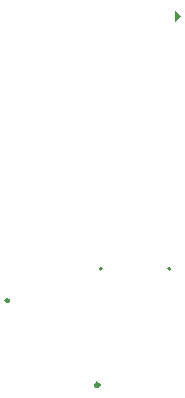
<source format=gbr>
G04*
G04 #@! TF.GenerationSoftware,Altium Limited,Altium Designer,24.1.2 (44)*
G04*
G04 Layer_Color=8388736*
%FSLAX25Y25*%
%MOIN*%
G70*
G04*
G04 #@! TF.SameCoordinates,EC497B79-CED4-4E58-A43C-F9202C23BEB1*
G04*
G04*
G04 #@! TF.FilePolarity,Positive*
G04*
G01*
G75*
%ADD11C,0.01000*%
%ADD12C,0.00787*%
%ADD60C,0.01181*%
G36*
X64431Y155258D02*
Y151016D01*
X66552Y153137D01*
X64431Y155258D01*
D01*
D02*
G37*
D11*
X9161Y58268D02*
G03*
X9161Y58268I-500J0D01*
G01*
D12*
X40158Y68898D02*
G03*
X40158Y68898I-394J0D01*
G01*
X62992D02*
G03*
X62992Y68898I-394J0D01*
G01*
D60*
X39174Y30118D02*
G03*
X39174Y30118I-591J0D01*
G01*
M02*

</source>
